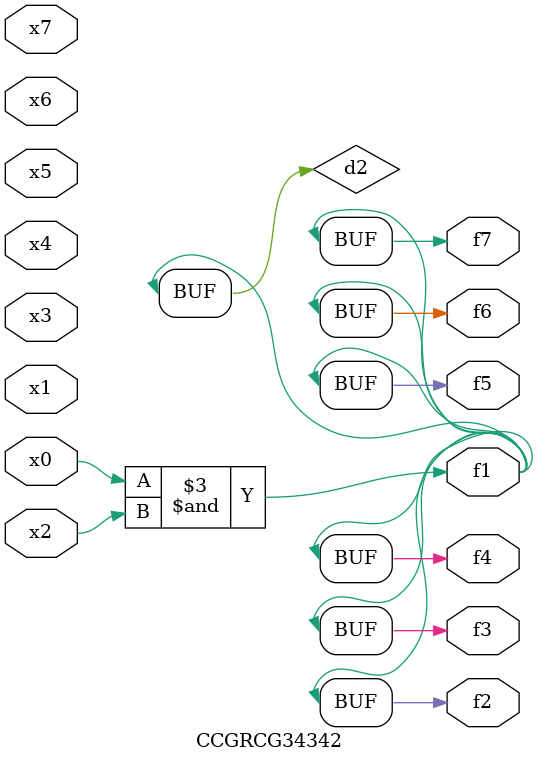
<source format=v>
module CCGRCG34342(
	input x0, x1, x2, x3, x4, x5, x6, x7,
	output f1, f2, f3, f4, f5, f6, f7
);

	wire d1, d2;

	nor (d1, x3, x6);
	and (d2, x0, x2);
	assign f1 = d2;
	assign f2 = d2;
	assign f3 = d2;
	assign f4 = d2;
	assign f5 = d2;
	assign f6 = d2;
	assign f7 = d2;
endmodule

</source>
